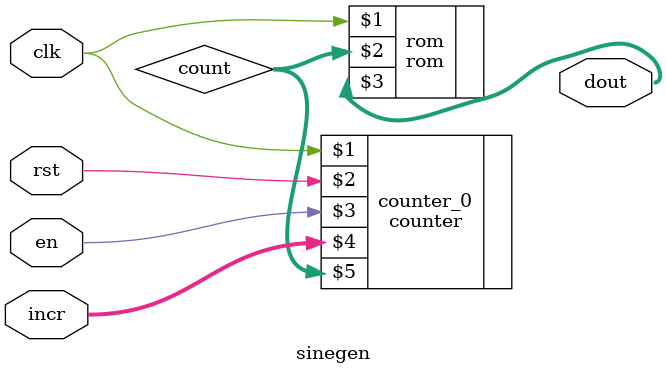
<source format=sv>
module sinegen (
    input   logic clk,
    input   logic en,
    input   logic rst,
    input   logic [7:0] incr,
    output  logic [7:0] dout
);
    wire [7:0] count;
    counter #(8) counter_0 (clk, rst, en, incr, count);
    rom #(8, 8) rom (clk, count, dout);
endmodule

</source>
